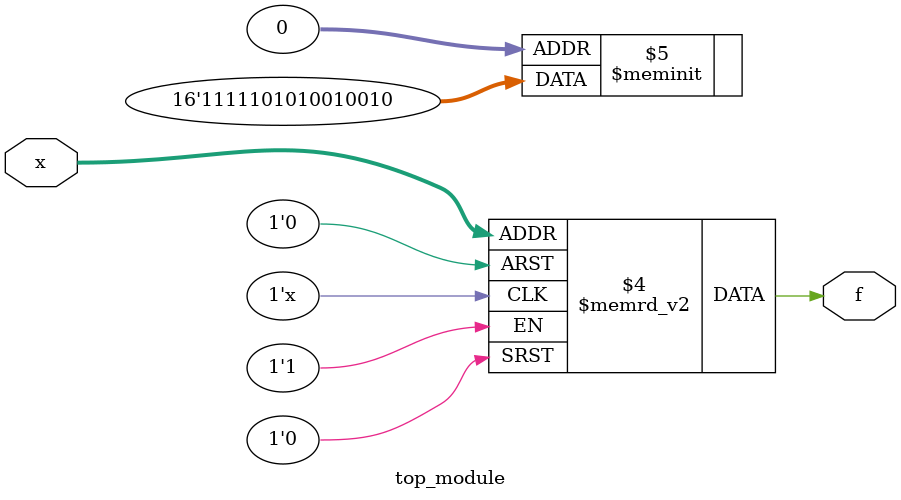
<source format=sv>
module top_module (
    input [4:1] x,
    output logic f
);

    always_comb begin
        case (x)
            4'b0001, 4'b0100, 4'b0111, 4'b1001, 4'b1011, 4'b1100, 4'b1101, 4'b1110, 4'b1111: f = 1'b1; // include all defined 1s
            4'b0010, 4'b0101, 4'b0110, 4'b1000, 4'b1010: f = 1'b0; // include all defined 0s
            default: f = 1'b0; // Handle remaining don’t-cares, default to 0
        endcase
    end

endmodule

</source>
